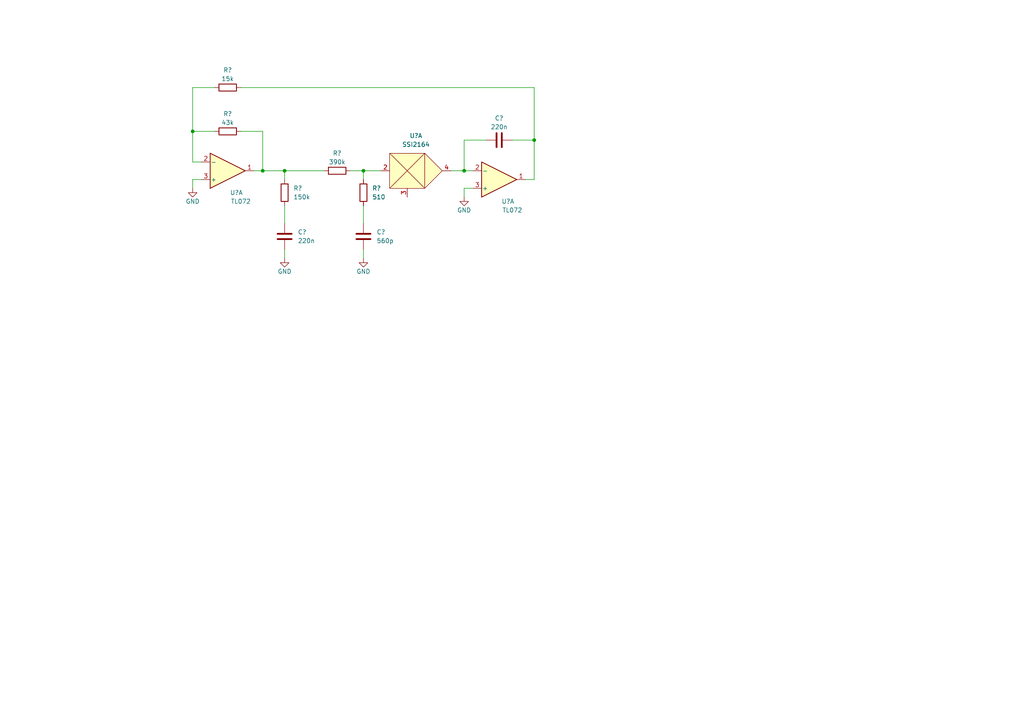
<source format=kicad_sch>
(kicad_sch (version 20211123) (generator eeschema)
  (paper "A4")
  (lib_symbols
    (symbol "Amplifier_Operational:TL072" (pin_names (offset 0.127))
      (property "Reference" "U" (at 0 5.08 0))
      (property "Value" "TL072" (at 0 -5.08 0))
      (symbol "TL072_1_1"
        (polyline (pts (xy -5.08 5.08) (xy 5.08 0) (xy -5.08 -5.08) (xy -5.08 5.08)) (stroke (width 0.254)) (fill (type background)))
        (pin output line (at 7.62 0 180) (length 2.54) (name "~") (number "1"))
        (pin input line (at -7.62 -2.54 0) (length 2.54) (name "-") (number "2"))
        (pin input line (at -7.62 2.54 0) (length 2.54) (name "+") (number "3"))
      )
      (symbol "TL072_2_1"
        (polyline (pts (xy -5.08 5.08) (xy 5.08 0) (xy -5.08 -5.08) (xy -5.08 5.08)) (stroke (width 0.254)) (fill (type background)))
        (pin input line (at -7.62 2.54 0) (length 2.54) (name "+") (number "5"))
        (pin input line (at -7.62 -2.54 0) (length 2.54) (name "-") (number "6"))
        (pin output line (at 7.62 0 180) (length 2.54) (name "~") (number "7"))
      )
      (symbol "TL072_3_1"
        (pin power_in line (at -2.54 -7.62 90) (length 3.81) (name "V-") (number "4"))
        (pin power_in line (at -2.54 7.62 270) (length 3.81) (name "V+") (number "8"))
      )
    )
    (symbol "Device:C" (pin_numbers hide) (pin_names (offset 0.254))
      (property "Reference" "C" (at 0.635 2.54 0))
      (property "Value" "C" (at 0.635 -2.54 0))
      (symbol "C_0_1"
        (polyline (pts (xy -2.032 -0.762) (xy 2.032 -0.762)) (stroke (width 0.508)))
        (polyline (pts (xy -2.032 0.762) (xy 2.032 0.762)) (stroke (width 0.508)))
      )
      (symbol "C_1_1"
        (pin passive line (at 0 3.81 270) (length 2.794) (name "~") (number "1"))
        (pin passive line (at 0 -3.81 90) (length 2.794) (name "~") (number "2"))
      )
    )
    (symbol "Device:R" (pin_numbers hide) (pin_names (offset 0))
      (property "Reference" "R" (at 2.032 0 90))
      (property "Value" "R" (at 0 0 90))
      (symbol "R_0_1"
        (rectangle (start -1.016 -2.54) (end 1.016 2.54) (stroke (width 0.254)))
      )
      (symbol "R_1_1"
        (pin passive line (at 0 3.81 270) (length 1.27) (name "~") (number "1"))
        (pin passive line (at 0 -3.81 90) (length 1.27) (name "~") (number "2"))
      )
    )
    (symbol "custom_symbols:SSI2164" (pin_names (offset 1.016))
      (property "Reference" "U" (at 0 -12.7 0))
      (property "Value" "SSI2164" (at 0 7.62 0))
      (symbol "SSI2164_1_1"
        (rectangle (start -5.08 5.08) (end 5.08 -5.08) (fill (type background)))
        (polyline (pts (xy 5.08 5.08) (xy -5.08 -5.08)))
        (polyline (pts (xy 5.08 5.08) (xy 10.16 0) (xy 5.08 -5.08) (xy -5.08 5.08)) (fill (type background)))
        (pin input line (at -7.62 0 0) (length 2.54) (name "~") (number "2"))
        (pin input line (at 0 -7.62 90) (length 2.54) (name "~") (number "3"))
        (pin output line (at 12.7 0 180) (length 2.54) (name "~") (number "4"))
      )
      (symbol "SSI2164_2_1"
        (rectangle (start -5.08 5.08) (end 5.08 -5.08) (fill (type background)))
        (polyline (pts (xy 5.08 5.08) (xy -5.08 -5.08)))
        (polyline (pts (xy 5.08 5.08) (xy 10.16 0) (xy 5.08 -5.08) (xy -5.08 5.08)) (fill (type background)))
        (pin output line (at 12.7 0 180) (length 2.54) (name "~") (number "5"))
        (pin input line (at 0 -7.62 90) (length 2.54) (name "~") (number "6"))
        (pin input line (at -7.62 0 0) (length 2.54) (name "~") (number "7"))
      )
      (symbol "SSI2164_3_1"
        (rectangle (start -5.08 5.08) (end 5.08 -5.08) (fill (type background)))
        (polyline (pts (xy 5.08 5.08) (xy -5.08 -5.08)))
        (polyline (pts (xy 5.08 5.08) (xy 10.16 0) (xy 5.08 -5.08) (xy -5.08 5.08)) (fill (type background)))
        (pin input line (at -7.62 0 0) (length 2.54) (name "~") (number "10"))
        (pin input line (at 0 -7.62 90) (length 2.54) (name "~") (number "11"))
        (pin output line (at 12.7 0 180) (length 2.54) (name "~") (number "12"))
      )
      (symbol "SSI2164_4_1"
        (rectangle (start -5.08 5.08) (end 5.08 -5.08) (fill (type background)))
        (polyline (pts (xy 5.08 5.08) (xy -5.08 -5.08)))
        (polyline (pts (xy 5.08 5.08) (xy 10.16 0) (xy 5.08 -5.08) (xy -5.08 5.08)) (fill (type background)))
        (pin output line (at 12.7 0 180) (length 2.54) (name "~") (number "13"))
        (pin input line (at 0 -7.62 90) (length 2.54) (name "~") (number "14"))
        (pin input line (at -7.62 0 0) (length 2.54) (name "~") (number "15"))
      )
      (symbol "SSI2164_5_1"
        (pin input line (at 2.54 -10.16 180) (length 2.54) (name "mode") (number "1"))
        (pin power_in line (at 2.54 5.08 180) (length 2.54) (name "V+") (number "16"))
        (pin power_in line (at 2.54 0 180) (length 2.54) (name "gnd") (number "8"))
        (pin power_in line (at 2.54 -5.08 180) (length 2.54) (name "V-") (number "9"))
      )
    )
    (symbol "power:GND" (power) (pin_names (offset 0))
      (property "Value" "GND" (at 0 -3.81 0))
      (symbol "GND_0_1"
        (polyline (pts (xy 0 0) (xy 0 -1.27) (xy 1.27 -1.27) (xy 0 -2.54) (xy -1.27 -1.27) (xy 0 -1.27)))
      )
      (symbol "GND_1_1"
        (pin power_in line (at 0 0 270) (length 0) hide (name "GND") (number "1"))
      )
    )
  )
  (junction (at 76.2 49.53))
  (junction (at 82.55 49.53))
  (junction (at 105.41 49.53))
  (junction (at 134.62 49.53))
  (junction (at 154.94 40.64))
  (junction (at 55.88 38.1))
  (wire (pts (xy 105.41 49.53) (xy 105.41 52.07)))
  (wire (pts (xy 105.41 49.53) (xy 110.49 49.53)))
  (wire (pts (xy 134.62 57.15) (xy 134.62 54.61)))
  (wire (pts (xy 148.59 40.64) (xy 154.94 40.64)))
  (wire (pts (xy 76.2 49.53) (xy 76.2 38.1)))
  (wire (pts (xy 154.94 40.64) (xy 154.94 25.4)))
  (wire (pts (xy 55.88 25.4) (xy 55.88 38.1)))
  (wire (pts (xy 134.62 40.64) (xy 140.97 40.64)))
  (wire (pts (xy 73.66 49.53) (xy 76.2 49.53)))
  (wire (pts (xy 82.55 74.93) (xy 82.55 72.39)))
  (wire (pts (xy 101.6 49.53) (xy 105.41 49.53)))
  (wire (pts (xy 154.94 25.4) (xy 69.85 25.4)))
  (wire (pts (xy 152.4 52.07) (xy 154.94 52.07)))
  (wire (pts (xy 82.55 49.53) (xy 93.98 49.53)))
  (wire (pts (xy 55.88 54.61) (xy 55.88 52.07)))
  (wire (pts (xy 55.88 52.07) (xy 58.42 52.07)))
  (wire (pts (xy 55.88 46.99) (xy 55.88 38.1)))
  (wire (pts (xy 134.62 49.53) (xy 134.62 40.64)))
  (wire (pts (xy 137.16 49.53) (xy 134.62 49.53)))
  (wire (pts (xy 62.23 25.4) (xy 55.88 25.4)))
  (wire (pts (xy 130.81 49.53) (xy 134.62 49.53)))
  (wire (pts (xy 82.55 49.53) (xy 76.2 49.53)))
  (wire (pts (xy 134.62 54.61) (xy 137.16 54.61)))
  (wire (pts (xy 105.41 74.93) (xy 105.41 72.39)))
  (wire (pts (xy 55.88 38.1) (xy 62.23 38.1)))
  (wire (pts (xy 82.55 59.69) (xy 82.55 64.77)))
  (wire (pts (xy 82.55 52.07) (xy 82.55 49.53)))
  (wire (pts (xy 154.94 52.07) (xy 154.94 40.64)))
  (wire (pts (xy 58.42 46.99) (xy 55.88 46.99)))
  (wire (pts (xy 69.85 38.1) (xy 76.2 38.1)))
  (wire (pts (xy 105.41 59.69) (xy 105.41 64.77)))
  (symbol (lib_id "Amplifier_Operational:TL072") (at 144.78 52.07 0) (mirror x) (unit 1)
    (property "Reference" "U?" (at 147.32 58.42 0))
    (property "Value" "TL072" (at 148.59 60.96 0))
    (property "Datasheet" "http://www.ti.com/lit/ds/symlink/tl071.pdf" (effects hide))
  )
  (symbol (lib_id "Device:R") (at 66.04 38.1 90) (unit 1)
    (property "Reference" "R?" (at 66.04 33.02 90))
    (property "Value" "43k" (at 66.04 35.56 90))
  )
  (symbol (lib_id "custom_symbols:SSI2164") (at 118.11 49.53 0) (unit 1)
    (property "Reference" "U?" (at 120.65 39.37 0))
    (property "Value" "SSI2164" (at 120.65 41.91 0))
    (property "Footprint" "Package_SO:SOIC-16_3.9x9.9mm_P1.27mm" (effects hide))
    (property "Datasheet" "https://www.soundsemiconductor.com/downloads/ssi2164datasheet.pdf" (effects hide))
  )
  (symbol (lib_id "Device:C") (at 105.41 68.58 0) (unit 1)
    (property "Reference" "C?" (at 109.22 67.3099 0) (effects (justify left)))
    (property "Value" "560p" (at 109.22 69.8499 0) (effects (justify left)))
  )
  (symbol (lib_id "Device:R") (at 82.55 55.88 0) (unit 1)
    (property "Reference" "R?" (at 85.09 54.6099 0) (effects (justify left)))
    (property "Value" "150k" (at 85.09 57.1499 0) (effects (justify left)))
  )
  (symbol (lib_id "Device:C") (at 144.78 40.64 90) (unit 1)
    (property "Reference" "C?" (at 144.78 34.29 90))
    (property "Value" "220n" (at 144.78 36.83 90))
  )
  (symbol (lib_id "Device:C") (at 82.55 68.58 0) (unit 1)
    (property "Reference" "C?" (at 86.36 67.3099 0) (effects (justify left)))
    (property "Value" "220n" (at 86.36 69.8499 0) (effects (justify left)))
  )
  (symbol (lib_id "Device:R") (at 105.41 55.88 0) (unit 1)
    (property "Reference" "R?" (at 107.95 54.6099 0) (effects (justify left)))
    (property "Value" "510" (at 107.95 57.1499 0) (effects (justify left)))
  )
  (symbol (lib_id "power:GND") (at 134.62 57.15 0) (unit 1)
    (property "Reference" "#PWR?" (effects hide))
    (property "Value" "GND" (at 134.62 60.96 0))
  )
  (symbol (lib_id "power:GND") (at 55.88 54.61 0) (unit 1)
    (property "Reference" "#PWR?" (effects hide))
    (property "Value" "GND" (at 55.88 58.42 0))
  )
  (symbol (lib_id "Amplifier_Operational:TL072") (at 66.04 49.53 0) (mirror x) (unit 1)
    (property "Reference" "U?" (at 68.58 55.88 0))
    (property "Value" "TL072" (at 69.85 58.42 0))
    (property "Datasheet" "http://www.ti.com/lit/ds/symlink/tl071.pdf" (effects hide))
  )
  (symbol (lib_id "power:GND") (at 105.41 74.93 0) (unit 1)
    (property "Reference" "#PWR?" (effects hide))
    (property "Value" "GND" (at 105.41 78.74 0))
  )
  (symbol (lib_id "Device:R") (at 97.79 49.53 90) (unit 1)
    (property "Reference" "R?" (at 97.79 44.45 90))
    (property "Value" "390k" (at 97.79 46.99 90))
  )
  (symbol (lib_id "Device:R") (at 66.04 25.4 90) (unit 1)
    (property "Reference" "R?" (at 66.04 20.32 90))
    (property "Value" "15k" (at 66.04 22.86 90))
  )
  (symbol (lib_id "power:GND") (at 82.55 74.93 0) (unit 1)
    (property "Reference" "#PWR?" (effects hide))
    (property "Value" "GND" (at 82.55 78.74 0))
  )
)
</source>
